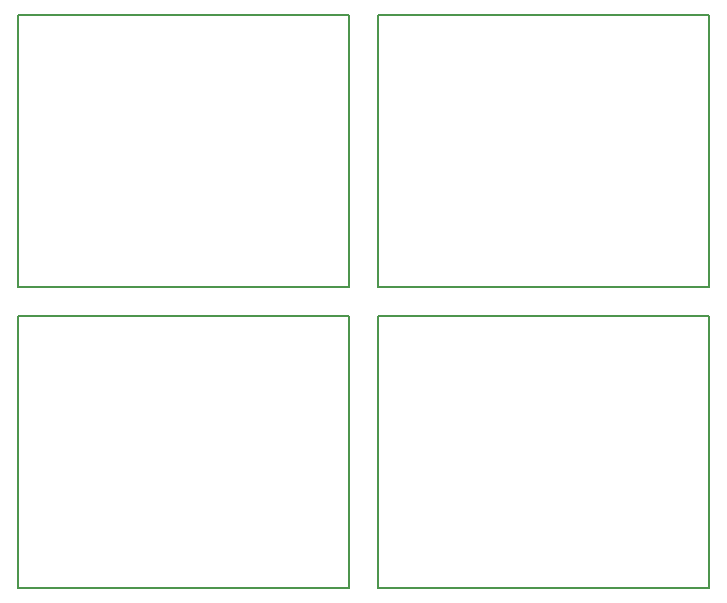
<source format=gm1>
%MOIN*%
%OFA0B0*%
%FSLAX46Y46*%
%IPPOS*%
%LPD*%
%ADD10C,0.005905511811023622*%
%ADD21C,0.005905511811023622*%
%ADD22C,0.005905511811023622*%
%ADD23C,0.005905511811023622*%
G01*
D10*
X0001102362Y0000000000D02*
X0001102362Y0000905511D01*
X0000000000Y0000000000D02*
X0001102362Y0000000000D01*
X0000000000Y0000905511D02*
X0000000000Y0000000000D01*
X0001102362Y0000905511D02*
X0000000000Y0000905511D01*
G04 next file*
G04 #@! TF.GenerationSoftware,KiCad,Pcbnew,(5.0.0)*
G04 #@! TF.CreationDate,2018-08-27T21:30:15+10:00*
G04 #@! TF.ProjectId,BT,42542E6B696361645F70636200000000,rev?*
G04 #@! TF.SameCoordinates,Original*
G04 #@! TF.FileFunction,Profile,NP*
G04 Gerber Fmt 4.6, Leading zero omitted, Abs format (unit mm)*
G04 Created by KiCad (PCBNEW (5.0.0)) date 08/27/18 21:30:15*
G01*
G04 APERTURE LIST*
G04 APERTURE END LIST*
D21*
X0002303149Y0000000000D02*
X0002303149Y0000905511D01*
X0001200787Y0000000000D02*
X0002303149Y0000000000D01*
X0001200787Y0000905511D02*
X0001200787Y0000000000D01*
X0002303149Y0000905511D02*
X0001200787Y0000905511D01*
G04 next file*
G04 #@! TF.GenerationSoftware,KiCad,Pcbnew,(5.0.0)*
G04 #@! TF.CreationDate,2018-08-27T21:30:15+10:00*
G04 #@! TF.ProjectId,BT,42542E6B696361645F70636200000000,rev?*
G04 #@! TF.SameCoordinates,Original*
G04 #@! TF.FileFunction,Profile,NP*
G04 Gerber Fmt 4.6, Leading zero omitted, Abs format (unit mm)*
G04 Created by KiCad (PCBNEW (5.0.0)) date 08/27/18 21:30:15*
G01*
G04 APERTURE LIST*
G04 APERTURE END LIST*
D22*
X0002303149Y0001003937D02*
X0002303149Y0001909448D01*
X0001200787Y0001003937D02*
X0002303149Y0001003937D01*
X0001200787Y0001909448D02*
X0001200787Y0001003937D01*
X0002303149Y0001909448D02*
X0001200787Y0001909448D01*
G04 next file*
G04 #@! TF.GenerationSoftware,KiCad,Pcbnew,(5.0.0)*
G04 #@! TF.CreationDate,2018-08-27T21:30:15+10:00*
G04 #@! TF.ProjectId,BT,42542E6B696361645F70636200000000,rev?*
G04 #@! TF.SameCoordinates,Original*
G04 #@! TF.FileFunction,Profile,NP*
G04 Gerber Fmt 4.6, Leading zero omitted, Abs format (unit mm)*
G04 Created by KiCad (PCBNEW (5.0.0)) date 08/27/18 21:30:15*
G01*
G04 APERTURE LIST*
G04 APERTURE END LIST*
D23*
X0001102362Y0001003937D02*
X0001102362Y0001909448D01*
X0000000000Y0001003937D02*
X0001102362Y0001003937D01*
X0000000000Y0001909448D02*
X0000000000Y0001003937D01*
X0001102362Y0001909448D02*
X0000000000Y0001909448D01*
M02*
</source>
